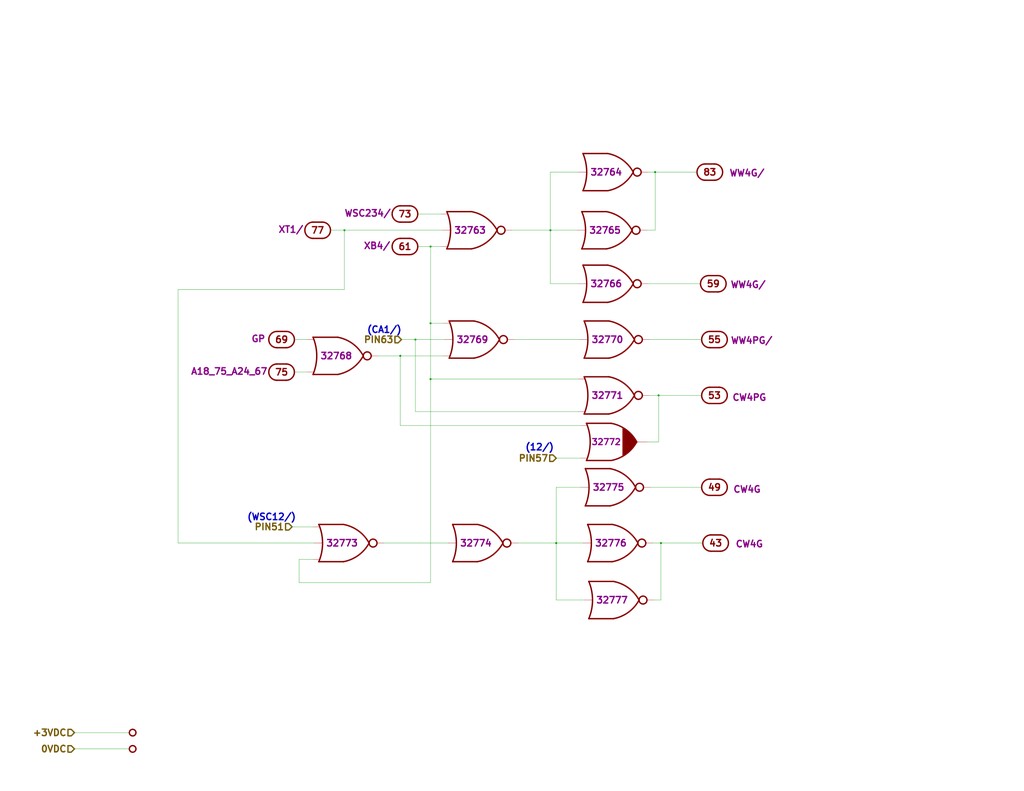
<source format=kicad_sch>
(kicad_sch (version 20211123) (generator eeschema)
  (paper "C")
  (title_block (title "BLOCK I LOGIC FLOW B, MODULE A18, DRAWING 1006542") (date "2018-11-24") (rev "Draft") (comment 1 "Modules A18"))
  (junction (at 226.695 185.42))
  (junction (at 360.68 296.545))
  (junction (at 300.355 125.73))
  (junction (at 359.41 215.9))
  (junction (at 234.95 134.62))
  (junction (at 234.95 176.53))
  (junction (at 357.505 93.98))
  (junction (at 218.44 194.31))
  (junction (at 234.95 207.01))
  (junction (at 303.53 296.545))
  (junction (at 187.96 125.73))
  (wire (pts (xy 240.665 134.62) (xy 234.95 134.62)))
  (wire (pts (xy 303.53 266.065) (xy 303.53 296.545)))
  (wire (pts (xy 167.64 185.42) (xy 160.655 185.42)))
  (wire (pts (xy 209.55 296.545) (xy 244.475 296.545)))
  (wire (pts (xy 360.68 296.545) (xy 360.68 327.66)))
  (wire (pts (xy 234.95 176.53) (xy 234.95 207.01)))
  (wire (pts (xy 170.815 287.655) (xy 159.385 287.655)))
  (wire (pts (xy 316.23 185.42) (xy 280.67 185.42)))
  (wire (pts (xy 163.195 318.135) (xy 163.195 305.435)))
  (wire (pts (xy 359.41 241.3) (xy 359.41 215.9)))
  (wire (pts (xy 40.64 408.94) (xy 70.485 408.94)))
  (wire (pts (xy 97.155 158.115) (xy 97.155 296.545)))
  (wire (pts (xy 300.355 154.94) (xy 315.595 154.94)))
  (wire (pts (xy 234.95 176.53) (xy 241.935 176.53)))
  (wire (pts (xy 353.06 125.73) (xy 357.505 125.73)))
  (wire (pts (xy 234.95 134.62) (xy 227.965 134.62)))
  (wire (pts (xy 234.95 207.01) (xy 234.95 318.135)))
  (wire (pts (xy 316.865 250.19) (xy 303.53 250.19)))
  (wire (pts (xy 356.235 296.545) (xy 360.68 296.545)))
  (wire (pts (xy 282.575 296.545) (xy 303.53 296.545)))
  (wire (pts (xy 359.41 215.9) (xy 382.905 215.9)))
  (wire (pts (xy 353.695 154.94) (xy 382.27 154.94)))
  (wire (pts (xy 226.695 185.42) (xy 242.57 185.42)))
  (wire (pts (xy 353.06 241.3) (xy 359.41 241.3)))
  (wire (pts (xy 240.665 116.84) (xy 227.965 116.84)))
  (wire (pts (xy 316.865 266.065) (xy 303.53 266.065)))
  (wire (pts (xy 300.355 125.73) (xy 279.4 125.73)))
  (wire (pts (xy 300.355 125.73) (xy 300.355 93.98)))
  (wire (pts (xy 300.355 93.98) (xy 315.595 93.98)))
  (wire (pts (xy 360.68 296.545) (xy 383.54 296.545)))
  (wire (pts (xy 226.695 224.79) (xy 226.695 185.42)))
  (wire (pts (xy 234.95 207.01) (xy 315.595 207.01)))
  (wire (pts (xy 218.44 194.31) (xy 218.44 232.41)))
  (wire (pts (xy 303.53 327.66) (xy 318.77 327.66)))
  (wire (pts (xy 187.96 125.73) (xy 180.34 125.73)))
  (wire (pts (xy 167.64 203.2) (xy 160.655 203.2)))
  (wire (pts (xy 360.68 327.66) (xy 356.87 327.66)))
  (wire (pts (xy 40.64 400.05) (xy 70.485 400.05)))
  (wire (pts (xy 353.695 93.98) (xy 357.505 93.98)))
  (wire (pts (xy 357.505 125.73) (xy 357.505 93.98)))
  (wire (pts (xy 314.96 125.73) (xy 300.355 125.73)))
  (wire (pts (xy 303.53 296.545) (xy 318.135 296.545)))
  (wire (pts (xy 187.96 125.73) (xy 187.96 158.115)))
  (wire (pts (xy 187.96 158.115) (xy 97.155 158.115)))
  (wire (pts (xy 163.195 305.435) (xy 170.815 305.435)))
  (wire (pts (xy 241.935 194.31) (xy 218.44 194.31)))
  (wire (pts (xy 234.95 318.135) (xy 163.195 318.135)))
  (wire (pts (xy 300.355 125.73) (xy 300.355 154.94)))
  (wire (pts (xy 97.155 296.545) (xy 171.45 296.545)))
  (wire (pts (xy 218.44 232.41) (xy 316.865 232.41)))
  (wire (pts (xy 303.53 296.545) (xy 303.53 327.66)))
  (wire (pts (xy 315.595 224.79) (xy 226.695 224.79)))
  (wire (pts (xy 234.95 134.62) (xy 234.95 176.53)))
  (wire (pts (xy 219.075 185.42) (xy 226.695 185.42)))
  (wire (pts (xy 354.33 185.42) (xy 382.905 185.42)))
  (wire (pts (xy 357.505 93.98) (xy 380.365 93.98)))
  (wire (pts (xy 241.3 125.73) (xy 187.96 125.73)))
  (wire (pts (xy 218.44 194.31) (xy 206.375 194.31)))
  (wire (pts (xy 354.965 266.065) (xy 382.905 266.065)))
  (wire (pts (xy 354.33 215.9) (xy 359.41 215.9)))
  (text "(12/)" (at 286.385 246.38 0) (effects (font (size 3.556 3.556) (thickness 0.7112) bold) (justify left bottom)))
  (text "(CA1/)" (at 200.025 182.245 0) (effects (font (size 3.556 3.556) (thickness 0.7112) bold) (justify left bottom)))
  (text "(WSC12/)" (at 134.62 284.48 0) (effects (font (size 3.556 3.556) (thickness 0.7112) bold) (justify left bottom)))
  (hierarchical_label "PIN51" (shape input) (at 159.385 287.655 180) (effects (font (size 3.556 3.556) (thickness 0.7112) bold)))
  (hierarchical_label "PIN63" (shape input) (at 219.075 185.42 180) (effects (font (size 3.556 3.556) (thickness 0.7112) bold)))
  (hierarchical_label "0VDC" (shape input) (at 40.64 408.94 180) (effects (font (size 3.556 3.556) (thickness 0.7112) bold)))
  (hierarchical_label "PIN57" (shape input) (at 303.53 250.19 180) (effects (font (size 3.556 3.556) (thickness 0.7112) bold)))
  (hierarchical_label "+3VDC" (shape input) (at 40.64 400.05 180) (effects (font (size 3.556 3.556) (thickness 0.7112) bold)))
  (symbol (lib_id "AGC_DSKY:ConnectorGeneric") (at 387.35 93.98 180) (unit 83)
    (property "Reference" "J1" (effects hide))
    (property "Value" "ConnectorGeneric" (effects hide))
    (property "Caption" "WW4G/" (at 407.67 92.075 0) (effects (font (size 3.556 3.556) bold) (justify bottom)))
  )
  (symbol (lib_id "AGC_DSKY:ConnectorGeneric") (at 389.89 266.065 180) (unit 49)
    (property "Reference" "J1" (effects hide))
    (property "Value" "ConnectorGeneric" (effects hide))
    (property "Caption" "CW4G" (at 407.67 264.795 0) (effects (font (size 3.556 3.556) bold) (justify bottom)))
  )
  (symbol (lib_id "AGC_DSKY:ConnectorGeneric") (at 220.98 134.62 0) (unit 61)
    (property "Reference" "J1" (effects hide))
    (property "Value" "ConnectorGeneric" (effects hide))
    (property "Caption" "XB4/" (at 205.74 136.525 0) (effects (font (size 3.556 3.556) bold) (justify bottom)))
  )
  (symbol (lib_id "AGC_DSKY:ConnectorGeneric") (at 153.67 185.42 0) (unit 69)
    (property "Reference" "J1" (effects hide))
    (property "Value" "ConnectorGeneric" (effects hide))
    (property "Caption" "GP" (at 140.97 187.325 0) (effects (font (size 3.556 3.556) bold) (justify bottom)))
  )
  (symbol (lib_id "AGC_DSKY:ConnectorGeneric") (at 390.525 296.545 180) (unit 43)
    (property "Reference" "J1" (effects hide))
    (property "Value" "ConnectorGeneric" (effects hide))
    (property "Caption" "CW4G" (at 408.94 294.64 0) (effects (font (size 3.556 3.556) bold) (justify bottom)))
  )
  (symbol (lib_id "D3NOR-+3VDC-0VDC-nd1021041:D3NOR-+3VDC-0VDC-nd1021041-_3_-___") (at 331.47 185.42 0) (mirror x) (unit 1)
    (property "Reference" "U609" (effects hide))
    (property "Value" "D3NOR-+3VDC-0VDC-nd1021041-_3_-___" (effects hide))
    (property "Location" "32770" (at 331.47 185.42 0) (effects (font (size 3.556 3.556) bold)))
  )
  (symbol (lib_id "D3NOR-+3VDC-0VDC-nd1021041:D3NOR-+3VDC-0VDC-nd1021041-1_5-___") (at 331.47 215.9 0) (unit 1)
    (property "Reference" "U610" (effects hide))
    (property "Value" "D3NOR-+3VDC-0VDC-nd1021041-1_5-___" (effects hide))
    (property "Location" "32771" (at 331.47 215.9 0) (effects (font (size 3.556 3.556) bold)))
  )
  (symbol (lib_id "D3NOR-NC-0VDC-expander-nd1021041:D3NOR-NC-0VDC-expander-nd1021041-1_5-___") (at 332.74 241.3 0) (unit 1)
    (property "Reference" "U612" (effects hide))
    (property "Value" "D3NOR-NC-0VDC-expander-nd1021041-1_5-___" (effects hide))
    (property "Location" "32772" (at 330.835 241.3 0) (effects (font (size 3.302 3.302) bold)))
  )
  (symbol (lib_id "D3NOR-+3VDC-0VDC-nd1021041:D3NOR-+3VDC-0VDC-nd1021041-135-___") (at 186.69 296.545 0) (unit 1)
    (property "Reference" "U602" (effects hide))
    (property "Value" "D3NOR-+3VDC-0VDC-nd1021041-135-___" (effects hide))
    (property "Location" "32773" (at 186.69 296.545 0) (effects (font (size 3.556 3.556) bold)))
  )
  (symbol (lib_id "D3NOR-+3VDC-0VDC-nd1021041:D3NOR-+3VDC-0VDC-nd1021041-_3_-___") (at 259.715 296.545 0) (mirror x) (unit 1)
    (property "Reference" "U605" (effects hide))
    (property "Value" "D3NOR-+3VDC-0VDC-nd1021041-_3_-___" (effects hide))
    (property "Location" "32774" (at 259.715 296.545 0) (effects (font (size 3.556 3.556) bold)))
  )
  (symbol (lib_id "D3NOR-+3VDC-0VDC-nd1021041:D3NOR-+3VDC-0VDC-nd1021041-_3_-___") (at 332.105 266.065 0) (mirror x) (unit 1)
    (property "Reference" "U611" (effects hide))
    (property "Value" "D3NOR-+3VDC-0VDC-nd1021041-_3_-___" (effects hide))
    (property "Location" "32775" (at 332.105 266.065 0) (effects (font (size 3.556 3.556) bold)))
  )
  (symbol (lib_id "D3NOR-+3VDC-0VDC-nd1021041:D3NOR-+3VDC-0VDC-nd1021041-_3_-___") (at 333.375 296.545 0) (mirror x) (unit 1)
    (property "Reference" "U613" (effects hide))
    (property "Value" "D3NOR-+3VDC-0VDC-nd1021041-_3_-___" (effects hide))
    (property "Location" "32776" (at 333.375 296.545 0) (effects (font (size 3.556 3.556) bold)))
  )
  (symbol (lib_id "D3NOR-+3VDC-0VDC-nd1021041:D3NOR-+3VDC-0VDC-nd1021041-_3_-___") (at 334.01 327.66 0) (mirror x) (unit 1)
    (property "Reference" "U614" (effects hide))
    (property "Value" "D3NOR-+3VDC-0VDC-nd1021041-_3_-___" (effects hide))
    (property "Location" "32777" (at 334.01 327.66 0) (effects (font (size 3.556 3.556) bold)))
  )
  (symbol (lib_id "AGC_DSKY:ConnectorGeneric") (at 389.89 215.9 180) (unit 53)
    (property "Reference" "J1" (effects hide))
    (property "Value" "ConnectorGeneric" (effects hide))
    (property "Caption" "CW4PG" (at 408.94 214.63 0) (effects (font (size 3.556 3.556) bold) (justify bottom)))
  )
  (symbol (lib_id "AGC_DSKY:ConnectorGeneric") (at 389.89 185.42 180) (unit 55)
    (property "Reference" "J1" (effects hide))
    (property "Value" "ConnectorGeneric" (effects hide))
    (property "Caption" "WW4PG/" (at 410.21 183.515 0) (effects (font (size 3.556 3.556) bold) (justify bottom)))
  )
  (symbol (lib_id "AGC_DSKY:ConnectorGeneric") (at 389.255 154.94 180) (unit 59)
    (property "Reference" "J1" (effects hide))
    (property "Value" "ConnectorGeneric" (effects hide))
    (property "Caption" "WW4G/" (at 408.305 153.035 0) (effects (font (size 3.556 3.556) bold) (justify bottom)))
  )
  (symbol (lib_id "AGC_DSKY:ConnectorGeneric") (at 220.98 116.84 0) (unit 73)
    (property "Reference" "J1" (effects hide))
    (property "Value" "ConnectorGeneric" (effects hide))
    (property "Caption" "WSC234/" (at 200.66 118.745 0) (effects (font (size 3.556 3.556) bold) (justify bottom)))
  )
  (symbol (lib_id "AGC_DSKY:ConnectorGeneric") (at 153.67 203.2 0) (unit 75)
    (property "Reference" "J1" (effects hide))
    (property "Value" "ConnectorGeneric" (effects hide))
    (property "Caption" "A18_75_A24_67" (at 125.095 205.105 0) (effects (font (size 3.556 3.556) bold) (justify bottom)))
  )
  (symbol (lib_id "AGC_DSKY:ConnectorGeneric") (at 173.355 125.73 0) (unit 77)
    (property "Reference" "J1" (effects hide))
    (property "Value" "ConnectorGeneric" (effects hide))
    (property "Caption" "XT1/" (at 158.75 127.635 0) (effects (font (size 3.556 3.556) bold) (justify bottom)))
  )
  (symbol (lib_id "D3NOR-+3VDC-0VDC-nd1021041:D3NOR-+3VDC-0VDC-nd1021041-135-___") (at 257.81 185.42 0) (unit 1)
    (property "Reference" "U604" (effects hide))
    (property "Value" "D3NOR-+3VDC-0VDC-nd1021041-135-___" (effects hide))
    (property "Location" "32769" (at 257.81 185.42 0) (effects (font (size 3.556 3.556) bold)))
  )
  (symbol (lib_id "D3NOR-+3VDC-0VDC-nd1021041:D3NOR-+3VDC-0VDC-nd1021041-1_5-___") (at 183.515 194.31 0) (unit 1)
    (property "Reference" "U601" (effects hide))
    (property "Value" "D3NOR-+3VDC-0VDC-nd1021041-1_5-___" (effects hide))
    (property "Location" "32768" (at 183.515 194.31 0) (effects (font (size 3.556 3.556) bold)))
  )
  (symbol (lib_id "D3NOR-+3VDC-0VDC-nd1021041:D3NOR-+3VDC-0VDC-nd1021041-_3_-___") (at 330.835 154.94 0) (mirror x) (unit 1)
    (property "Reference" "U608" (effects hide))
    (property "Value" "D3NOR-+3VDC-0VDC-nd1021041-_3_-___" (effects hide))
    (property "Location" "32766" (at 330.835 154.94 0) (effects (font (size 3.556 3.556) bold)))
  )
  (symbol (lib_id "D3NOR-+3VDC-0VDC-nd1021041:D3NOR-+3VDC-0VDC-nd1021041-_3_-___") (at 330.2 125.73 0) (mirror x) (unit 1)
    (property "Reference" "U606" (effects hide))
    (property "Value" "D3NOR-+3VDC-0VDC-nd1021041-_3_-___" (effects hide))
    (property "Location" "32765" (at 330.2 125.73 0) (effects (font (size 3.556 3.556) bold)))
  )
  (symbol (lib_id "D3NOR-+3VDC-0VDC-nd1021041:D3NOR-+3VDC-0VDC-nd1021041-_3_-___") (at 330.835 93.98 0) (mirror x) (unit 1)
    (property "Reference" "U607" (effects hide))
    (property "Value" "D3NOR-+3VDC-0VDC-nd1021041-_3_-___" (effects hide))
    (property "Location" "32764" (at 330.835 93.98 0) (effects (font (size 3.556 3.556) bold)))
  )
  (symbol (lib_id "D3NOR-+3VDC-0VDC-nd1021041:D3NOR-+3VDC-0VDC-nd1021041-135-___") (at 256.54 125.73 0) (unit 1)
    (property "Reference" "U603" (effects hide))
    (property "Value" "D3NOR-+3VDC-0VDC-nd1021041-135-___" (effects hide))
    (property "Location" "32763" (at 256.54 125.73 0) (effects (font (size 3.556 3.556) bold)))
  )
  (symbol (lib_id "AGC_DSKY:Node2") (at 72.39 400.05 180)
    (property "Reference" "N601" (effects hide))
    (property "Value" "Node2" (effects hide))
    (property "Caption" "+3VDC" (effects hide))
  )
  (symbol (lib_id "AGC_DSKY:Node2") (at 72.39 408.94 180)
    (property "Reference" "N602" (effects hide))
    (property "Value" "Node2" (effects hide))
    (property "Caption" "0VDC" (effects hide))
  )
)
</source>
